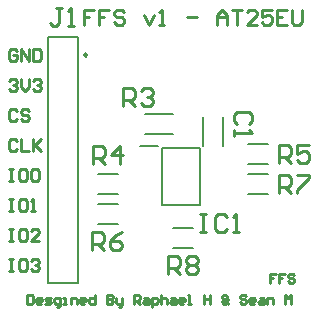
<source format=gbr>
%TF.GenerationSoftware,Altium Limited,Altium Designer,24.4.1 (13)*%
G04 Layer_Color=65535*
%FSLAX45Y45*%
%MOMM*%
%TF.SameCoordinates,912A9E6C-26A1-424A-A32F-7B2CA38D8761*%
%TF.FilePolarity,Positive*%
%TF.FileFunction,Legend,Top*%
%TF.Part,Single*%
G01*
G75*
%TA.AperFunction,NonConductor*%
%ADD18C,0.25000*%
%ADD19C,0.20000*%
%ADD20C,0.25400*%
D18*
X14301500Y5410200D02*
G03*
X14301500Y5410200I-12500J0D01*
G01*
D19*
X14748300Y4639500D02*
X14900800D01*
X14935800Y4136500D02*
Y4626500D01*
Y4136500D02*
X15255800D01*
Y4626500D01*
X14935800D02*
X15255800D01*
X14224001Y3480200D02*
Y5562200D01*
X13970000D02*
X14224001D01*
X13970000Y3480200D02*
Y5562200D01*
Y3480200D02*
X14224001D01*
X15663000Y4489500D02*
X15833000D01*
X15663000Y4654500D02*
X15833000D01*
X14787723Y4911607D02*
X15028935D01*
X14787723Y4740393D02*
X15028935D01*
X15281393Y4641893D02*
Y4883107D01*
X15452608Y4641893D02*
Y4883107D01*
X15663000Y4235500D02*
X15833000D01*
X15663000Y4400500D02*
X15833000D01*
X15028000Y3943300D02*
X15198000D01*
X15028000Y3778300D02*
X15198000D01*
X14392999Y3981500D02*
X14563000D01*
X14392999Y4146500D02*
X14563000D01*
X14392999Y4235500D02*
X14563000D01*
X14392999Y4400500D02*
X14563000D01*
D20*
X15900383Y3555975D02*
X15849600D01*
Y3517888D01*
X15874992D01*
X15849600D01*
Y3479800D01*
X15976559Y3555975D02*
X15925775D01*
Y3517888D01*
X15951167D01*
X15925775D01*
Y3479800D01*
X16052734Y3543279D02*
X16040039Y3555975D01*
X16014647D01*
X16001952Y3543279D01*
Y3530583D01*
X16014647Y3517888D01*
X16040039D01*
X16052734Y3505192D01*
Y3492496D01*
X16040039Y3479800D01*
X16014647D01*
X16001952Y3492496D01*
X14359439Y5791159D02*
X14274800D01*
Y5727679D01*
X14317120D01*
X14274800D01*
Y5664200D01*
X14486398Y5791159D02*
X14401759D01*
Y5727679D01*
X14444080D01*
X14401759D01*
Y5664200D01*
X14613358Y5769999D02*
X14592197Y5791159D01*
X14549876D01*
X14528719Y5769999D01*
Y5748839D01*
X14549876Y5727679D01*
X14592197D01*
X14613358Y5706520D01*
Y5685360D01*
X14592197Y5664200D01*
X14549876D01*
X14528719Y5685360D01*
X14782635Y5748839D02*
X14824956Y5664200D01*
X14867274Y5748839D01*
X14909595Y5664200D02*
X14951913D01*
X14930754D01*
Y5791159D01*
X14909595Y5769999D01*
X15142352Y5727679D02*
X15226991D01*
X15396271Y5664200D02*
Y5748839D01*
X15438589Y5791159D01*
X15480910Y5748839D01*
Y5664200D01*
Y5727679D01*
X15396271D01*
X15523228Y5791159D02*
X15607867D01*
X15565549D01*
Y5664200D01*
X15734827D02*
X15650188D01*
X15734827Y5748839D01*
Y5769999D01*
X15713667Y5791159D01*
X15671347D01*
X15650188Y5769999D01*
X15861786Y5791159D02*
X15777145D01*
Y5727679D01*
X15819466Y5748839D01*
X15840627D01*
X15861786Y5727679D01*
Y5685360D01*
X15840627Y5664200D01*
X15798306D01*
X15777145Y5685360D01*
X15988745Y5791159D02*
X15904105D01*
Y5664200D01*
X15988745D01*
X15904105Y5727679D02*
X15946425D01*
X16031064Y5791159D02*
Y5685360D01*
X16052225Y5664200D01*
X16094543D01*
X16115704Y5685360D01*
Y5791159D01*
X13639799Y3682967D02*
X13673656D01*
X13656728D01*
Y3581400D01*
X13639799D01*
X13673656D01*
X13775223Y3682967D02*
X13741367D01*
X13724438Y3666039D01*
Y3598328D01*
X13741367Y3581400D01*
X13775223D01*
X13792151Y3598328D01*
Y3666039D01*
X13775223Y3682967D01*
X13826007Y3666039D02*
X13842934Y3682967D01*
X13876790D01*
X13893718Y3666039D01*
Y3649111D01*
X13876790Y3632183D01*
X13859862D01*
X13876790D01*
X13893718Y3615256D01*
Y3598328D01*
X13876790Y3581400D01*
X13842934D01*
X13826007Y3598328D01*
X13639799Y3936967D02*
X13673656D01*
X13656728D01*
Y3835400D01*
X13639799D01*
X13673656D01*
X13775223Y3936967D02*
X13741367D01*
X13724438Y3920039D01*
Y3852328D01*
X13741367Y3835400D01*
X13775223D01*
X13792151Y3852328D01*
Y3920039D01*
X13775223Y3936967D01*
X13893718Y3835400D02*
X13826007D01*
X13893718Y3903111D01*
Y3920039D01*
X13876790Y3936967D01*
X13842934D01*
X13826007Y3920039D01*
X13639799Y4190967D02*
X13673656D01*
X13656728D01*
Y4089400D01*
X13639799D01*
X13673656D01*
X13775223Y4190967D02*
X13741367D01*
X13724438Y4174039D01*
Y4106328D01*
X13741367Y4089400D01*
X13775223D01*
X13792151Y4106328D01*
Y4174039D01*
X13775223Y4190967D01*
X13826007Y4089400D02*
X13859862D01*
X13842934D01*
Y4190967D01*
X13826007Y4174039D01*
X13639799Y4444967D02*
X13673656D01*
X13656728D01*
Y4343400D01*
X13639799D01*
X13673656D01*
X13775223Y4444967D02*
X13741367D01*
X13724438Y4428039D01*
Y4360328D01*
X13741367Y4343400D01*
X13775223D01*
X13792151Y4360328D01*
Y4428039D01*
X13775223Y4444967D01*
X13826007Y4428039D02*
X13842934Y4444967D01*
X13876790D01*
X13893718Y4428039D01*
Y4360328D01*
X13876790Y4343400D01*
X13842934D01*
X13826007Y4360328D01*
Y4428039D01*
X13707510Y4682039D02*
X13690582Y4698967D01*
X13656728D01*
X13639799Y4682039D01*
Y4614328D01*
X13656728Y4597400D01*
X13690582D01*
X13707510Y4614328D01*
X13741367Y4698967D02*
Y4597400D01*
X13809079D01*
X13842934Y4698967D02*
Y4597400D01*
Y4631256D01*
X13910646Y4698967D01*
X13859862Y4648183D01*
X13910646Y4597400D01*
X13707510Y4936039D02*
X13690582Y4952967D01*
X13656728D01*
X13639799Y4936039D01*
Y4868328D01*
X13656728Y4851400D01*
X13690582D01*
X13707510Y4868328D01*
X13809079Y4936039D02*
X13792151Y4952967D01*
X13758295D01*
X13741367Y4936039D01*
Y4919111D01*
X13758295Y4902183D01*
X13792151D01*
X13809079Y4885256D01*
Y4868328D01*
X13792151Y4851400D01*
X13758295D01*
X13741367Y4868328D01*
X13639799Y5190039D02*
X13656728Y5206967D01*
X13690582D01*
X13707510Y5190039D01*
Y5173111D01*
X13690582Y5156183D01*
X13673656D01*
X13690582D01*
X13707510Y5139256D01*
Y5122328D01*
X13690582Y5105400D01*
X13656728D01*
X13639799Y5122328D01*
X13741367Y5206967D02*
Y5139256D01*
X13775223Y5105400D01*
X13809079Y5139256D01*
Y5206967D01*
X13842934Y5190039D02*
X13859862Y5206967D01*
X13893718D01*
X13910646Y5190039D01*
Y5173111D01*
X13893718Y5156183D01*
X13876790D01*
X13893718D01*
X13910646Y5139256D01*
Y5122328D01*
X13893718Y5105400D01*
X13859862D01*
X13842934Y5122328D01*
X13707510Y5444039D02*
X13690582Y5460967D01*
X13656728D01*
X13639799Y5444039D01*
Y5376328D01*
X13656728Y5359400D01*
X13690582D01*
X13707510Y5376328D01*
Y5410183D01*
X13673656D01*
X13741367Y5359400D02*
Y5460967D01*
X13809079Y5359400D01*
Y5460967D01*
X13842934D02*
Y5359400D01*
X13893718D01*
X13910646Y5376328D01*
Y5444039D01*
X13893718Y5460967D01*
X13842934D01*
X13792200Y3378167D02*
Y3301992D01*
X13830289D01*
X13842982Y3314688D01*
Y3365471D01*
X13830289Y3378167D01*
X13792200D01*
X13906464Y3301992D02*
X13881071D01*
X13868375Y3314688D01*
Y3340080D01*
X13881071Y3352775D01*
X13906464D01*
X13919159Y3340080D01*
Y3327384D01*
X13868375D01*
X13944551Y3301992D02*
X13982639D01*
X13995334Y3314688D01*
X13982639Y3327384D01*
X13957246D01*
X13944551Y3340080D01*
X13957246Y3352775D01*
X13995334D01*
X14046118Y3276600D02*
X14058813D01*
X14071510Y3289296D01*
Y3352775D01*
X14033421D01*
X14020726Y3340080D01*
Y3314688D01*
X14033421Y3301992D01*
X14071510D01*
X14096901D02*
X14122293D01*
X14109596D01*
Y3352775D01*
X14096901D01*
X14160381Y3301992D02*
Y3352775D01*
X14198470D01*
X14211163Y3340080D01*
Y3301992D01*
X14274644D02*
X14249252D01*
X14236555Y3314688D01*
Y3340080D01*
X14249252Y3352775D01*
X14274644D01*
X14287340Y3340080D01*
Y3327384D01*
X14236555D01*
X14363515Y3378167D02*
Y3301992D01*
X14325427D01*
X14312732Y3314688D01*
Y3340080D01*
X14325427Y3352775D01*
X14363515D01*
X14465082Y3378167D02*
Y3301992D01*
X14503169D01*
X14515866Y3314688D01*
Y3327384D01*
X14503169Y3340080D01*
X14465082D01*
X14503169D01*
X14515866Y3352775D01*
Y3365471D01*
X14503169Y3378167D01*
X14465082D01*
X14541258Y3352775D02*
Y3314688D01*
X14553954Y3301992D01*
X14592041D01*
Y3289296D01*
X14579346Y3276600D01*
X14566650D01*
X14592041Y3301992D02*
Y3352775D01*
X14693608Y3301992D02*
Y3378167D01*
X14731696D01*
X14744392Y3365471D01*
Y3340080D01*
X14731696Y3327384D01*
X14693608D01*
X14719000D02*
X14744392Y3301992D01*
X14782480Y3352775D02*
X14807872D01*
X14820567Y3340080D01*
Y3301992D01*
X14782480D01*
X14769785Y3314688D01*
X14782480Y3327384D01*
X14820567D01*
X14845959Y3276600D02*
Y3352775D01*
X14884047D01*
X14896742Y3340080D01*
Y3314688D01*
X14884047Y3301992D01*
X14845959D01*
X14922134Y3378167D02*
Y3301992D01*
Y3340080D01*
X14934830Y3352775D01*
X14960222D01*
X14972919Y3340080D01*
Y3301992D01*
X15011006Y3352775D02*
X15036398D01*
X15049094Y3340080D01*
Y3301992D01*
X15011006D01*
X14998309Y3314688D01*
X15011006Y3327384D01*
X15049094D01*
X15112573Y3301992D02*
X15087181D01*
X15074484Y3314688D01*
Y3340080D01*
X15087181Y3352775D01*
X15112573D01*
X15125269Y3340080D01*
Y3327384D01*
X15074484D01*
X15150661Y3301992D02*
X15176051D01*
X15163358D01*
Y3378167D01*
X15150661D01*
X15290315D02*
Y3301992D01*
Y3340080D01*
X15341100D01*
Y3378167D01*
Y3301992D01*
X15493449D02*
X15480754Y3314688D01*
X15468057Y3301992D01*
X15455362D01*
X15442667Y3314688D01*
Y3327384D01*
X15455362Y3340080D01*
X15442667Y3352775D01*
Y3365471D01*
X15455362Y3378167D01*
X15468057D01*
X15480754Y3365471D01*
Y3352775D01*
X15468057Y3340080D01*
X15480754Y3327384D01*
Y3314688D01*
X15493449Y3340080D02*
X15480754Y3327384D01*
X15455362Y3340080D02*
X15468057D01*
X15645799Y3365471D02*
X15633105Y3378167D01*
X15607713D01*
X15595016Y3365471D01*
Y3352775D01*
X15607713Y3340080D01*
X15633105D01*
X15645799Y3327384D01*
Y3314688D01*
X15633105Y3301992D01*
X15607713D01*
X15595016Y3314688D01*
X15709280Y3301992D02*
X15683888D01*
X15671191Y3314688D01*
Y3340080D01*
X15683888Y3352775D01*
X15709280D01*
X15721976Y3340080D01*
Y3327384D01*
X15671191D01*
X15760063Y3352775D02*
X15785455D01*
X15798151Y3340080D01*
Y3301992D01*
X15760063D01*
X15747368Y3314688D01*
X15760063Y3327384D01*
X15798151D01*
X15823543Y3301992D02*
Y3352775D01*
X15861630D01*
X15874326Y3340080D01*
Y3301992D01*
X15975894D02*
Y3378167D01*
X16001285Y3352775D01*
X16026677Y3378167D01*
Y3301992D01*
X14986041Y3556025D02*
Y3708375D01*
X15062218D01*
X15087608Y3682983D01*
Y3632200D01*
X15062218Y3606808D01*
X14986041D01*
X15036826D02*
X15087608Y3556025D01*
X15138393Y3682983D02*
X15163783Y3708375D01*
X15214568D01*
X15239960Y3682983D01*
Y3657592D01*
X15214568Y3632200D01*
X15239960Y3606808D01*
Y3581417D01*
X15214568Y3556025D01*
X15163783D01*
X15138393Y3581417D01*
Y3606808D01*
X15163783Y3632200D01*
X15138393Y3657592D01*
Y3682983D01*
X15163783Y3632200D02*
X15214568D01*
X15925841Y4241825D02*
Y4394175D01*
X16002017D01*
X16027408Y4368783D01*
Y4318000D01*
X16002017Y4292608D01*
X15925841D01*
X15976625D02*
X16027408Y4241825D01*
X16078192Y4394175D02*
X16179759D01*
Y4368783D01*
X16078192Y4267217D01*
Y4241825D01*
X14342241Y3759225D02*
Y3911575D01*
X14418416D01*
X14443808Y3886183D01*
Y3835400D01*
X14418416Y3810008D01*
X14342241D01*
X14393025D02*
X14443808Y3759225D01*
X14596159Y3911575D02*
X14545375Y3886183D01*
X14494592Y3835400D01*
Y3784617D01*
X14519984Y3759225D01*
X14570767D01*
X14596159Y3784617D01*
Y3810008D01*
X14570767Y3835400D01*
X14494592D01*
X15925841Y4495825D02*
Y4648175D01*
X16002017D01*
X16027408Y4622783D01*
Y4572000D01*
X16002017Y4546608D01*
X15925841D01*
X15976625D02*
X16027408Y4495825D01*
X16179759Y4648175D02*
X16078192D01*
Y4572000D01*
X16128975Y4597392D01*
X16154367D01*
X16179759Y4572000D01*
Y4521217D01*
X16154367Y4495825D01*
X16103584D01*
X16078192Y4521217D01*
X14353540Y4485640D02*
Y4637991D01*
X14429715D01*
X14455107Y4612599D01*
Y4561815D01*
X14429715Y4536423D01*
X14353540D01*
X14404323D02*
X14455107Y4485640D01*
X14582066D02*
Y4637991D01*
X14505891Y4561815D01*
X14607458D01*
X14605042Y4978425D02*
Y5130775D01*
X14681216D01*
X14706609Y5105383D01*
Y5054600D01*
X14681216Y5029208D01*
X14605042D01*
X14655824D02*
X14706609Y4978425D01*
X14757391Y5105383D02*
X14782784Y5130775D01*
X14833566D01*
X14858958Y5105383D01*
Y5079992D01*
X14833566Y5054600D01*
X14808176D01*
X14833566D01*
X14858958Y5029208D01*
Y5003817D01*
X14833566Y4978425D01*
X14782784D01*
X14757391Y5003817D01*
X14084267Y5803851D02*
X14033482D01*
X14058875D01*
Y5676892D01*
X14033482Y5651500D01*
X14008092D01*
X13982700Y5676892D01*
X14135051Y5651500D02*
X14185834D01*
X14160443D01*
Y5803851D01*
X14135051Y5778459D01*
X15252754Y4063975D02*
X15303537D01*
X15278145D01*
Y3911625D01*
X15252754D01*
X15303537D01*
X15481281Y4038583D02*
X15455888Y4063975D01*
X15405104D01*
X15379712Y4038583D01*
Y3937017D01*
X15405104Y3911625D01*
X15455888D01*
X15481281Y3937017D01*
X15532063Y3911625D02*
X15582848D01*
X15557455D01*
Y4063975D01*
X15532063Y4038583D01*
X15671783Y4825999D02*
X15697176Y4851391D01*
Y4902175D01*
X15671783Y4927567D01*
X15570216D01*
X15544826Y4902175D01*
Y4851391D01*
X15570216Y4825999D01*
X15544826Y4775216D02*
Y4724433D01*
Y4749824D01*
X15697176D01*
X15671783Y4775216D01*
%TF.MD5,1374d29dd3a14779dcfad166ebfc37a4*%
M02*

</source>
